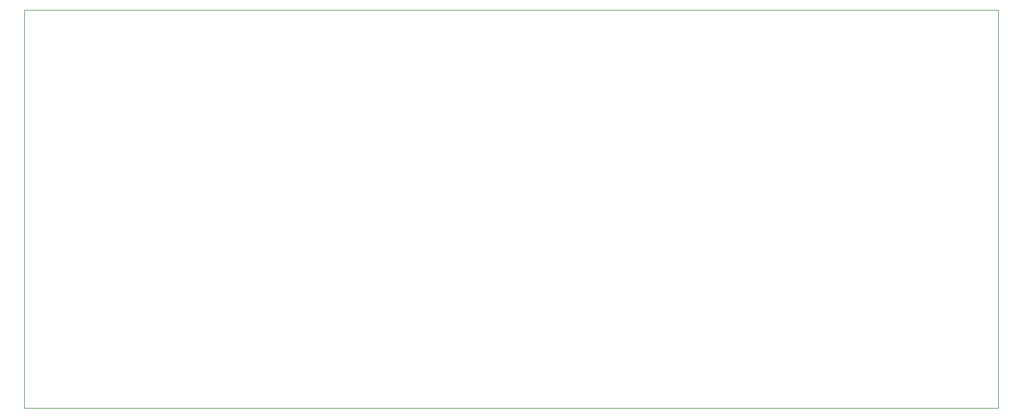
<source format=gbr>
G04 #@! TF.GenerationSoftware,KiCad,Pcbnew,(5.1.4)-1*
G04 #@! TF.CreationDate,2019-10-22T17:15:33+13:00*
G04 #@! TF.ProjectId,SprinklerPCB,53707269-6e6b-46c6-9572-5043422e6b69,rev?*
G04 #@! TF.SameCoordinates,Original*
G04 #@! TF.FileFunction,Legend,Bot*
G04 #@! TF.FilePolarity,Positive*
%FSLAX46Y46*%
G04 Gerber Fmt 4.6, Leading zero omitted, Abs format (unit mm)*
G04 Created by KiCad (PCBNEW (5.1.4)-1) date 2019-10-22 17:15:33*
%MOMM*%
%LPD*%
G04 APERTURE LIST*
%ADD10C,0.025400*%
G04 APERTURE END LIST*
D10*
X44450000Y-66040000D02*
X44450000Y-123190000D01*
X184150000Y-66040000D02*
X44450000Y-66040000D01*
X184150000Y-123190000D02*
X184150000Y-66040000D01*
X44450000Y-123190000D02*
X184150000Y-123190000D01*
M02*

</source>
